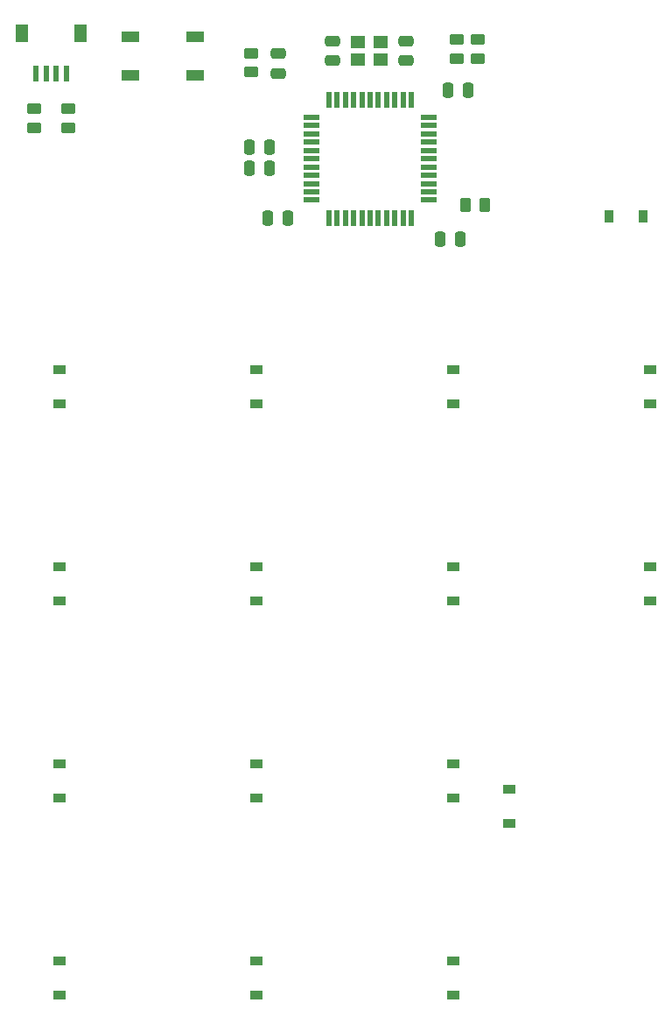
<source format=gbr>
%TF.GenerationSoftware,KiCad,Pcbnew,(6.0.10)*%
%TF.CreationDate,2023-09-03T22:57:24-04:00*%
%TF.ProjectId,NugMacro-Keypad,4e75674d-6163-4726-9f2d-4b6579706164,V3*%
%TF.SameCoordinates,Original*%
%TF.FileFunction,Paste,Bot*%
%TF.FilePolarity,Positive*%
%FSLAX46Y46*%
G04 Gerber Fmt 4.6, Leading zero omitted, Abs format (unit mm)*
G04 Created by KiCad (PCBNEW (6.0.10)) date 2023-09-03 22:57:24*
%MOMM*%
%LPD*%
G01*
G04 APERTURE LIST*
G04 Aperture macros list*
%AMRoundRect*
0 Rectangle with rounded corners*
0 $1 Rounding radius*
0 $2 $3 $4 $5 $6 $7 $8 $9 X,Y pos of 4 corners*
0 Add a 4 corners polygon primitive as box body*
4,1,4,$2,$3,$4,$5,$6,$7,$8,$9,$2,$3,0*
0 Add four circle primitives for the rounded corners*
1,1,$1+$1,$2,$3*
1,1,$1+$1,$4,$5*
1,1,$1+$1,$6,$7*
1,1,$1+$1,$8,$9*
0 Add four rect primitives between the rounded corners*
20,1,$1+$1,$2,$3,$4,$5,0*
20,1,$1+$1,$4,$5,$6,$7,0*
20,1,$1+$1,$6,$7,$8,$9,0*
20,1,$1+$1,$8,$9,$2,$3,0*%
G04 Aperture macros list end*
%ADD10RoundRect,0.250000X0.450000X-0.262500X0.450000X0.262500X-0.450000X0.262500X-0.450000X-0.262500X0*%
%ADD11R,1.200000X0.900000*%
%ADD12RoundRect,0.250000X0.475000X-0.250000X0.475000X0.250000X-0.475000X0.250000X-0.475000X-0.250000X0*%
%ADD13R,1.500000X0.550000*%
%ADD14R,0.550000X1.500000*%
%ADD15RoundRect,0.250000X0.262500X0.450000X-0.262500X0.450000X-0.262500X-0.450000X0.262500X-0.450000X0*%
%ADD16R,0.900000X1.200000*%
%ADD17R,1.200000X1.800000*%
%ADD18R,0.600000X1.550000*%
%ADD19RoundRect,0.250000X0.250000X0.475000X-0.250000X0.475000X-0.250000X-0.475000X0.250000X-0.475000X0*%
%ADD20RoundRect,0.250000X-0.450000X0.262500X-0.450000X-0.262500X0.450000X-0.262500X0.450000X0.262500X0*%
%ADD21R,1.800000X1.100000*%
%ADD22R,1.400000X1.200000*%
%ADD23RoundRect,0.250000X-0.475000X0.250000X-0.475000X-0.250000X0.475000X-0.250000X0.475000X0.250000X0*%
%ADD24RoundRect,0.250000X-0.250000X-0.475000X0.250000X-0.475000X0.250000X0.475000X-0.250000X0.475000X0*%
G04 APERTURE END LIST*
D10*
%TO.C,R3*%
X121788200Y-55638500D03*
X121788200Y-53813500D03*
%TD*%
D11*
%TO.C,D3*%
X120904365Y-120396500D03*
X120904365Y-117096500D03*
%TD*%
%TO.C,D4*%
X120904365Y-139446540D03*
X120904365Y-136146540D03*
%TD*%
D12*
%TO.C,C4*%
X142098400Y-50359470D03*
X142098400Y-48459470D03*
%TD*%
D11*
%TO.C,D8*%
X139954000Y-139446140D03*
X139954000Y-136146140D03*
%TD*%
D13*
%TO.C,U1*%
X145288400Y-62619470D03*
X145288400Y-61819470D03*
X145288400Y-61019470D03*
X145288400Y-60219470D03*
X145288400Y-59419470D03*
X145288400Y-58619470D03*
X145288400Y-57819470D03*
X145288400Y-57019470D03*
X145288400Y-56219470D03*
X145288400Y-55419470D03*
X145288400Y-54619470D03*
D14*
X146988400Y-52919470D03*
X147788400Y-52919470D03*
X148588400Y-52919470D03*
X149388400Y-52919470D03*
X150188400Y-52919470D03*
X150988400Y-52919470D03*
X151788400Y-52919470D03*
X152588400Y-52919470D03*
X153388400Y-52919470D03*
X154188400Y-52919470D03*
X154988400Y-52919470D03*
D13*
X156688400Y-54619470D03*
X156688400Y-55419470D03*
X156688400Y-56219470D03*
X156688400Y-57019470D03*
X156688400Y-57819470D03*
X156688400Y-58619470D03*
X156688400Y-59419470D03*
X156688400Y-60219470D03*
X156688400Y-61019470D03*
X156688400Y-61819470D03*
X156688400Y-62619470D03*
D14*
X154988400Y-64319470D03*
X154188400Y-64319470D03*
X153388400Y-64319470D03*
X152588400Y-64319470D03*
X151788400Y-64319470D03*
X150988400Y-64319470D03*
X150188400Y-64319470D03*
X149388400Y-64319470D03*
X148588400Y-64319470D03*
X147788400Y-64319470D03*
X146988400Y-64319470D03*
%TD*%
D15*
%TO.C,R4*%
X162060900Y-63064470D03*
X160235900Y-63064470D03*
%TD*%
D10*
%TO.C,R2*%
X118486200Y-55638500D03*
X118486200Y-53813500D03*
%TD*%
D11*
%TO.C,D15*%
X164450400Y-122853470D03*
X164450400Y-119553470D03*
%TD*%
D16*
%TO.C,D16*%
X174103400Y-64153470D03*
X177403400Y-64153470D03*
%TD*%
D17*
%TO.C,J2*%
X117322600Y-46482000D03*
X122922600Y-46482000D03*
D18*
X118622600Y-50357000D03*
X119622600Y-50357000D03*
X120622600Y-50357000D03*
X121622600Y-50357000D03*
%TD*%
D19*
%TO.C,C3*%
X141209400Y-57476470D03*
X139309400Y-57476470D03*
%TD*%
D10*
%TO.C,R6*%
X159370400Y-48918470D03*
X159370400Y-47093470D03*
%TD*%
D11*
%TO.C,D14*%
X178054435Y-101346400D03*
X178054435Y-98046400D03*
%TD*%
%TO.C,D10*%
X159004000Y-101346000D03*
X159004000Y-98046000D03*
%TD*%
D20*
%TO.C,R1*%
X139431400Y-48435970D03*
X139431400Y-50260970D03*
%TD*%
D21*
%TO.C,SW1*%
X127822400Y-50563470D03*
X134022400Y-46863470D03*
X127822400Y-46863470D03*
X134022400Y-50563470D03*
%TD*%
D11*
%TO.C,D6*%
X139954000Y-101346000D03*
X139954000Y-98046000D03*
%TD*%
D12*
%TO.C,C1*%
X154417400Y-49155470D03*
X154417400Y-47255470D03*
%TD*%
D11*
%TO.C,D12*%
X159004000Y-139446140D03*
X159004000Y-136146140D03*
%TD*%
D22*
%TO.C,Y1*%
X151961400Y-49055470D03*
X149761400Y-49055470D03*
X149761400Y-47355470D03*
X151961400Y-47355470D03*
%TD*%
D23*
%TO.C,C2*%
X147305400Y-47255470D03*
X147305400Y-49155470D03*
%TD*%
D11*
%TO.C,D9*%
X159004435Y-82296400D03*
X159004435Y-78996400D03*
%TD*%
%TO.C,D11*%
X159004000Y-120396100D03*
X159004000Y-117096100D03*
%TD*%
%TO.C,D5*%
X139954335Y-82296400D03*
X139954335Y-78996400D03*
%TD*%
%TO.C,D1*%
X120904365Y-82296400D03*
X120904365Y-78996400D03*
%TD*%
D19*
%TO.C,C6*%
X141209400Y-59508470D03*
X139309400Y-59508470D03*
%TD*%
D24*
%TO.C,C8*%
X157785400Y-66366470D03*
X159685400Y-66366470D03*
%TD*%
D11*
%TO.C,D2*%
X120904365Y-101346400D03*
X120904365Y-98046400D03*
%TD*%
%TO.C,D7*%
X139954335Y-120396500D03*
X139954335Y-117096500D03*
%TD*%
D19*
%TO.C,C7*%
X142987400Y-64334470D03*
X141087400Y-64334470D03*
%TD*%
D10*
%TO.C,R5*%
X161402400Y-48918470D03*
X161402400Y-47093470D03*
%TD*%
D19*
%TO.C,C5*%
X160447400Y-52015470D03*
X158547400Y-52015470D03*
%TD*%
D11*
%TO.C,D13*%
X178054000Y-82296000D03*
X178054000Y-78996000D03*
%TD*%
M02*

</source>
